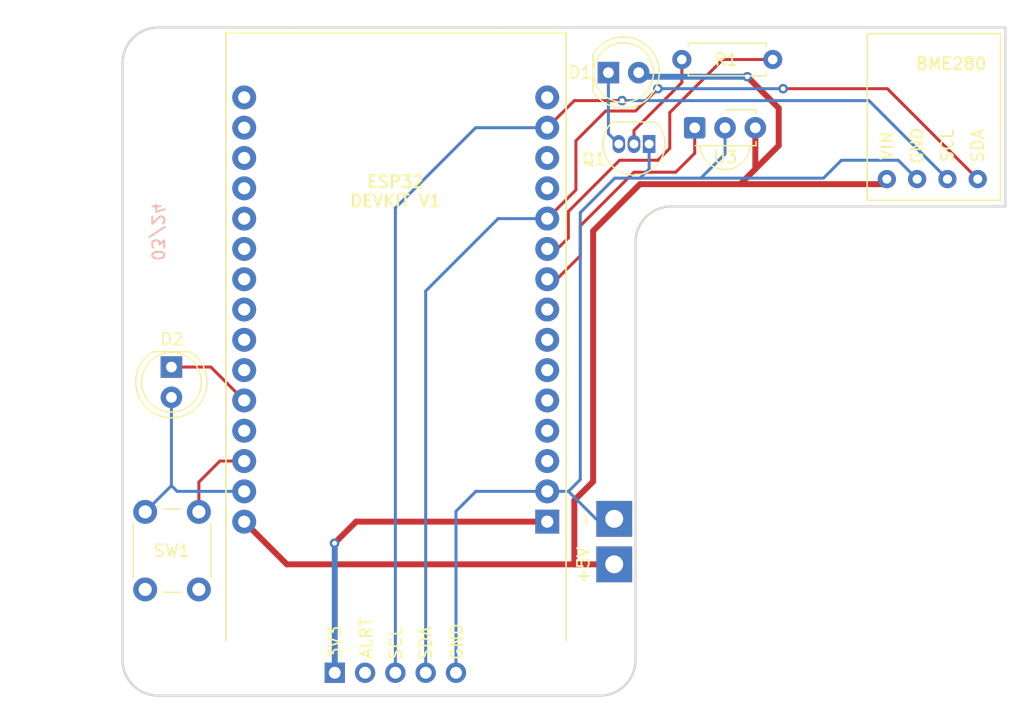
<source format=kicad_pcb>
(kicad_pcb (version 20240108) (generator "pcbnew") (generator_version "8.0")
  (title_block (title "Air Conditioner Controller") (date "2024-03-21") (rev "v3.0"))
  (layers (0 "F.Cu" signal) (31 "B.Cu" signal) (34 "B.Paste" user) (35 "F.Paste" user) (36 "B.SilkS" user "B.Silkscreen") (37 "F.SilkS" user "F.Silkscreen") (38 "B.Mask" user) (39 "F.Mask" user) (44 "Edge.Cuts" user))
  (net 0 "")
  (net 1 "Net-(D1-K)")
  (net 2 "+3.3V")
  (net 3 "VCC")
  (net 4 "GND")
  (net 5 "D4")
  (net 6 "D2")
  (net 7 "D5")
  (net 8 "D15")
  (net 9 "RX2")
  (net 10 "TX2")
  (net 11 "D18")
  (net 12 "D19")
  (net 13 "D21")
  (net 14 "RX0")
  (net 15 "TX0")
  (net 16 "D22")
  (net 17 "D23")
  (net 18 "D13")
  (net 19 "D12")
  (net 20 "D14")
  (net 21 "D27")
  (net 22 "D26")
  (net 23 "D25")
  (net 24 "D33")
  (net 25 "D32")
  (net 26 "D35")
  (net 27 "D34")
  (net 28 "VN")
  (net 29 "VP")
  (net 30 "EN")
  (net 31 "Net-(Q1-B)")
  (footprint "BME280:module_bme280_alt" (layer "F.Cu") (at 183.773 86.574103 90)
    (property "Reference" "U2" (hide yes))
    (property "Value" "~")
    (fp_line (start 12.192 -9.271) (end 12.192 1.905) (stroke (width 0.12)) (layer "F.SilkS"))
    (fp_line (start -1.778 -9.271) (end 12.192 -9.271) (stroke (width 0.12)) (layer "F.SilkS"))
    (fp_line (start 12.192 1.905) (end -1.778 1.905) (stroke (width 0.12)) (layer "F.SilkS"))
    (fp_line (start -1.778 1.905) (end -1.778 -9.271) (stroke (width 0.12)) (layer "F.SilkS"))
    (fp_text user "SDA" (at 2.794 0 -90) (layer "F.SilkS"))
    (fp_text user "VIN" (at 2.794 -7.62 -90) (layer "F.SilkS"))
    (fp_text user "SCL" (at 2.794 -2.54 -90) (layer "F.SilkS"))
    (fp_text user "GND" (at 2.794 -5.08 -90) (layer "F.SilkS"))
    (pad "1" thru_hole circle (at 0 -7.62 90) (size 1.524 1.524) (drill 0.762) (layers "*.Cu" "*.Mask") (net 3 "VCC"))
    (pad "2" thru_hole circle (at 0 -5.08 90) (size 1.524 1.524) (drill 0.762) (layers "*.Cu" "*.Mask") (net 4 "GND"))
    (pad "3" thru_hole circle (at 0 -2.54 90) (size 1.524 1.524) (drill 0.762) (layers "*.Cu" "*.Mask") (net 16 "D22"))
    (pad "4" thru_hole circle (at 0 0 90) (size 1.524 1.524) (drill 0.762) (layers "*.Cu" "*.Mask") (net 13 "D21"))
  )
  (footprint "MountingHole:MountingHole_2.7mm_M2.5_DIN965" (layer "F.Cu") (at 115.09 76.867103)
    (property "Reference" "REF**" (hide yes))
    (property "Value" "MountingHole_2.7mm_M2.5_DIN965")
    (pad "" np_thru_hole circle (at 0 0) (size 2.7 2.7) (drill 2.7) (layers "F&B.Cu" "*.Mask"))
  )
  (footprint "J5019:j5019_pads" (layer "F.Cu") (at 149.492929 116.321149 90)
    (property "Reference" "U5" (hide yes))
    (property "Value" "~")
    (pad "3" thru_hole rect (at -2.54 3.81 180) (size 3 3) (drill 1.5) (layers "*.Cu" "*.Mask") (net 3 "VCC"))
    (pad "4" thru_hole rect (at 1.27 3.81 180) (size 3 3) (drill 1.5) (layers "*.Cu" "*.Mask") (net 4 "GND"))
  )
  (footprint "MountingHole:MountingHole_2.7mm_M2.5_DIN965" (layer "F.Cu") (at 171.59 76.867103)
    (property "Reference" "REF**" (hide yes))
    (property "Value" "MountingHole_2.7mm_M2.5_DIN965")
    (pad "" np_thru_hole circle (at 0 0) (size 2.7 2.7) (drill 2.7) (layers "F&B.Cu" "*.Mask"))
  )
  (footprint "MAX17048:max17048_pads" (layer "F.Cu") (at 136.23 131.759603 180)
    (property "Reference" "U4" (hide yes))
    (property "Value" "~")
    (pad "1" thru_hole oval (at -3.81 3.81 270) (size 1.7 1.7) (drill 1) (layers "*.Cu" "*.Mask") (net 4 "GND"))
    (pad "2" thru_hole oval (at -1.27 3.81 270) (size 1.7 1.7) (drill 1) (layers "*.Cu" "*.Mask") (net 13 "D21"))
    (pad "3" thru_hole oval (at 1.27 3.81 270) (size 1.7 1.7) (drill 1) (layers "*.Cu" "*.Mask") (net 16 "D22"))
    (pad "4" thru_hole oval (at 3.81 3.81 270) (size 1.7 1.7) (drill 1) (layers "*.Cu" "*.Mask"))
    (pad "5" thru_hole rect (at 6.35 3.81 270) (size 1.7 1.7) (drill 1) (layers "*.Cu" "*.Mask") (net 2 "+3.3V"))
  )
  (footprint "LED_THT:LED_D5.0mm_IRGrey" (layer "F.Cu") (at 152.815 77.652103)
    (property "Reference" "D1" (at -2.355 -0.019678 0) (layer "F.SilkS"))
    (property "Value" "LD274")
    (fp_line (start -1.29 -1.545) (end -1.29 1.545) (stroke (width 0.12)) (layer "F.SilkS"))
    (fp_arc (start -1.29 -1.54483) (mid 2.072002 -2.880433) (end 4.26 0.000462) (stroke (width 0.12)) (layer "F.SilkS"))
    (fp_arc (start 4.26 -0.000462) (mid 2.072002 2.880433) (end -1.29 1.54483) (stroke (width 0.12)) (layer "F.SilkS"))
    (fp_circle (center 1.27 0) (end 3.77 0) (stroke (width 0.12)) (fill none) (layer "F.SilkS"))
    (pad "1" thru_hole rect (at 0 0) (size 1.8 1.8) (drill 0.9) (layers "*.Cu" "*.Mask") (net 1 "Net-(D1-K)"))
    (pad "2" thru_hole circle (at 2.54 0) (size 1.8 1.8) (drill 0.9) (layers "*.Cu" "*.Mask") (net 3 "VCC"))
  )
  (footprint "Package_TO_SOT_THT:TO-92_Inline" (layer "F.Cu") (at 156.23 83.637103 180)
    (property "Reference" "Q1" (at 4.61293 -1.266597 0) (layer "F.SilkS"))
    (property "Value" "BC548")
    (fp_line (start -0.53 1.85) (end 3.07 1.85) (stroke (width 0.12)) (layer "F.SilkS"))
    (fp_arc (start 1.27 -2.6) (mid 3.672087 -0.994977) (end 3.108478 1.838478) (stroke (width 0.12)) (layer "F.SilkS"))
    (fp_arc (start -0.568478 1.838478) (mid -1.132087 -0.994977) (end 1.27 -2.6) (stroke (width 0.12)) (layer "F.SilkS"))
    (pad "1" thru_hole rect (at 0 0 180) (size 1.05 1.5) (drill 0.75) (layers "*.Cu" "*.Mask") (net 4 "GND"))
    (pad "2" thru_hole oval (at 1.27 0 180) (size 1.05 1.5) (drill 0.75) (layers "*.Cu" "*.Mask") (net 31 "Net-(Q1-B)"))
    (pad "3" thru_hole oval (at 2.54 0 180) (size 1.05 1.5) (drill 0.75) (layers "*.Cu" "*.Mask") (net 1 "Net-(D1-K)"))
  )
  (footprint "MountingHole:MountingHole_2.7mm_M2.5_DIN965" (layer "F.Cu") (at 115.09 126.867103)
    (property "Reference" "REF**" (hide yes))
    (property "Value" "MountingHole_2.7mm_M2.5_DIN965")
    (pad "" np_thru_hole circle (at 0 0) (size 2.7 2.7) (drill 2.7) (layers "F&B.Cu" "*.Mask"))
  )
  (footprint "ESP32_DevkitV1:MODULE_ESP32_DEVKIT_V1" (layer "F.Cu") (at 134.99 99.772103 180)
    (property "Reference" "U1" (hide yes))
    (property "Value" "ESP32-DEVKIT-V1")
    (fp_line (start 14.23 25.475) (end -14.28 25.475) (stroke (width 0.127)) (layer "F.SilkS"))
    (fp_line (start 14.23 -25.475) (end 14.23 25.475) (stroke (width 0.127)) (layer "F.SilkS"))
    (fp_line (start 14.23 -25.475) (end 14.23 25.475) (stroke (width 0.127)) (layer "F.SilkS"))
    (fp_line (start 8.78 25.475) (end 14.23 25.475) (stroke (width 0.127)) (layer "F.SilkS"))
    (fp_line (start -8.91 25.475) (end 8.78 25.475) (stroke (width 0.127)) (layer "F.SilkS"))
    (fp_line (start -14.28 25.475) (end -8.91 25.475) (stroke (width 0.127)) (layer "F.SilkS"))
    (fp_line (start -14.28 25.475) (end -14.28 -25.475) (stroke (width 0.127)) (layer "F.SilkS"))
    (fp_line (start -14.28 25.475) (end -14.28 -25.475) (stroke (width 0.127)) (layer "F.SilkS"))
    (pad "1" thru_hole rect (at -12.7 -15.515 180) (size 2 2) (drill 1.02) (layers "*.Cu" "*.Mask") (net 2 "+3.3V"))
    (pad "2" thru_hole circle (at -12.7 -12.975 180) (size 2 2) (drill 1.02) (layers "*.Cu" "*.Mask") (net 4 "GND"))
    (pad "3" thru_hole circle (at -12.7 -10.435 180) (size 2 2) (drill 1.02) (layers "*.Cu" "*.Mask") (net 8 "D15"))
    (pad "4" thru_hole circle (at -12.7 -7.895 180) (size 2 2) (drill 1.02) (layers "*.Cu" "*.Mask") (net 6 "D2"))
    (pad "5" thru_hole circle (at -12.7 -5.355 180) (size 2 2) (drill 1.02) (layers "*.Cu" "*.Mask") (net 5 "D4"))
    (pad "6" thru_hole circle (at -12.7 -2.815 180) (size 2 2) (drill 1.02) (layers "*.Cu" "*.Mask") (net 9 "RX2"))
    (pad "7" thru_hole circle (at -12.7 -0.275 180) (size 2 2) (drill 1.02) (layers "*.Cu" "*.Mask") (net 10 "TX2"))
    (pad "8" thru_hole circle (at -12.7 2.265 180) (size 2 2) (drill 1.02) (layers "*.Cu" "*.Mask") (net 7 "D5"))
    (pad "9" thru_hole circle (at -12.7 4.805 180) (size 2 2) (drill 1.02) (layers "*.Cu" "*.Mask") (net 11 "D18"))
    (pad "10" thru_hole circle (at -12.7 7.345 180) (size 2 2) (drill 1.02) (layers "*.Cu" "*.Mask") (net 12 "D19"))
    (pad "11" thru_hole circle (at -12.7 9.885 180) (size 2 2) (drill 1.02) (layers "*.Cu" "*.Mask") (net 13 "D21"))
    (pad "12" thru_hole circle (at -12.7 12.425 180) (size 2 2) (drill 1.02) (layers "*.Cu" "*.Mask") (net 14 "RX0"))
    (pad "13" thru_hole circle (at -12.7 14.965 180) (size 2 2) (drill 1.02) (layers "*.Cu" "*.Mask") (net 15 "TX0"))
    (pad "14" thru_hole circle (at -12.7 17.505 180) (size 2 2) (drill 1.02) (layers "*.Cu" "*.Mask") (net 16 "D22"))
    (pad "15" thru_hole circle (at -12.7 20.045 180) (size 2 2) (drill 1.02) (layers "*.Cu" "*.Mask") (net 17 "D23"))
    (pad "16" thru_hole circle (at 12.7 20.045 180) (size 2 2) (drill 1.02) (layers "*.Cu" "*.Mask") (net 30 "EN"))
    (pad "17" thru_hole circle (at 12.7 17.505 180) (size 2 2) (drill 1.02) (layers "*.Cu" "*.Mask") (net 29 "VP"))
    (pad "18" thru_hole circle (at 12.7 14.965 180) (size 2 2) (drill 1.02) (layers "*.Cu" "*.Mask") (net 28 "VN"))
    (pad "19" thru_hole circle (at 12.7 12.425 180) (size 2 2) (drill 1.02) (layers "*.Cu" "*.Mask") (net 27 "D34"))
    (pad "20" thru_hole circle (at 12.7 9.885 180) (size 2 2) (drill 1.02) (layers "*.Cu" "*.Mask") (net 26 "D35"))
    (pad "21" thru_hole circle (at 12.7 7.345 180) (size 2 2) (drill 1.02) (layers "*.Cu" "*.Mask") (net 25 "D32"))
    (pad "22" thru_hole circle (at 12.7 4.805 180) (size 2 2) (drill 1.02) (layers "*.Cu" "*.Mask") (net 24 "D33"))
    (pad "23" thru_hole circle (at 12.7 2.265 180) (size 2 2) (drill 1.02) (layers "*.Cu" "*.Mask") (net 23 "D25"))
    (pad "24" thru_hole circle (at 12.7 -0.275 180) (size 2 2) (drill 1.02) (layers "*.Cu" "*.Mask") (net 22 "D26"))
    (pad "25" thru_hole circle (at 12.7 -2.815 180) (size 2 2) (drill 1.02) (layers "*.Cu" "*.Mask") (net 21 "D27"))
    (pad "26" thru_hole circle (at 12.7 -5.355 180) (size 2 2) (drill 1.02) (layers "*.Cu" "*.Mask") (net 20 "D14"))
    (pad "27" thru_hole circle (at 12.7 -7.895 180) (size 2 2) (drill 1.02) (layers "*.Cu" "*.Mask") (net 19 "D12"))
    (pad "28" thru_hole circle (at 12.7 -10.435 180) (size 2 2) (drill 1.02) (layers "*.Cu" "*.Mask") (net 18 "D13"))
    (pad "29" thru_hole circle (at 12.7 -12.975 180) (size 2 2) (drill 1.02) (layers "*.Cu" "*.Mask") (net 4 "GND"))
    (pad "30" thru_hole circle (at 12.7 -15.515 180) (size 2 2) (drill 1.02) (layers "*.Cu" "*.Mask") (net 3 "VCC"))
  )
  (footprint "Button_Switch_THT:SW_PUSH_6mm_H9.5mm" (layer "F.Cu") (at 118.49 114.467103 -90)
    (property "Reference" "SW1" (at 3.258409 2.262718 0) (layer "F.SilkS"))
    (property "Value" "SW_Push")
    (fp_line (start 1 5.5) (end 5.5 5.5) (stroke (width 0.12)) (layer "F.SilkS"))
    (fp_line (start 6.75 3) (end 6.75 1.5) (stroke (width 0.12)) (layer "F.SilkS"))
    (fp_line (start -0.25 1.5) (end -0.25 3) (stroke (width 0.12)) (layer "F.SilkS"))
    (fp_line (start 5.5 -1) (end 1 -1) (stroke (width 0.12)) (layer "F.SilkS"))
    (pad "1" thru_hole circle (at 0 0) (size 2 2) (drill 1.1) (layers "*.Cu" "*.Mask") (net 18 "D13"))
    (pad "1" thru_hole circle (at 6.5 0) (size 2 2) (drill 1.1) (layers "*.Cu" "*.Mask") (net 18 "D13"))
    (pad "2" thru_hole circle (at 0 4.5) (size 2 2) (drill 1.1) (layers "*.Cu" "*.Mask") (net 4 "GND"))
    (pad "2" thru_hole circle (at 6.5 4.5) (size 2 2) (drill 1.1) (layers "*.Cu" "*.Mask") (net 4 "GND"))
  )
  (footprint "OptoDevice:Vishay_MINICAST-3Pin" (layer "F.Cu") (at 160.05 82.275)
    (property "Reference" "U3" (at 2.56 2.455 180) (layer "F.SilkS"))
    (property "Value" "TSSP58P38")
    (fp_line (start 5.14 -1.51) (end 2.54 -1.51) (stroke (width 0.12)) (layer "F.SilkS"))
    (fp_line (start 5.14 -1.16) (end 5.14 -1.51) (stroke (width 0.12)) (layer "F.SilkS"))
    (fp_line (start 5.14 1.16) (end 5.14 1.5) (stroke (width 0.12)) (layer "F.SilkS"))
    (fp_line (start 5.14 1.5) (end 0.05 1.5) (stroke (width 0.12)) (layer "F.SilkS"))
    (fp_arc (start 4.64 1.5) (mid 2.540869 3.502379) (end 0.440083 1.501736) (stroke (width 0.12)) (layer "F.SilkS"))
    (pad "1" thru_hole roundrect (at 0 0) (size 1.8 1.8) (drill 0.9) (layers "*.Cu" "*.Mask") (roundrect_rratio 0.139) (net 11 "D18"))
    (pad "2" thru_hole circle (at 2.54 0) (size 1.8 1.8) (drill 0.9) (layers "*.Cu" "*.Mask") (net 4 "GND"))
    (pad "3" thru_hole circle (at 5.08 0) (size 1.8 1.8) (drill 0.9) (layers "*.Cu" "*.Mask") (net 3 "VCC"))
  )
  (footprint "Resistor_THT:R_Axial_DIN0207_L6.3mm_D2.5mm_P7.62mm_Horizontal" (layer "F.Cu") (at 166.59 76.552103 180)
    (property "Reference" "R1" (at 3.9 -0.015 0) (layer "F.SilkS"))
    (property "Value" "470")
    (fp_line (start 7.08 1.37) (end 7.08 1.04) (stroke (width 0.12)) (layer "F.SilkS"))
    (fp_line (start 7.08 -1.37) (end 7.08 -1.04) (stroke (width 0.12)) (layer "F.SilkS"))
    (fp_line (start 0.54 1.37) (end 7.08 1.37) (stroke (width 0.12)) (layer "F.SilkS"))
    (fp_line (start 0.54 1.04) (end 0.54 1.37) (stroke (width 0.12)) (layer "F.SilkS"))
    (fp_line (start 0.54 -1.04) (end 0.54 -1.37) (stroke (width 0.12)) (layer "F.SilkS"))
    (fp_line (start 0.54 -1.37) (end 7.08 -1.37) (stroke (width 0.12)) (layer "F.SilkS"))
    (pad "1" thru_hole circle (at 0 0 180) (size 1.6 1.6) (drill 0.8) (layers "*.Cu" "*.Mask") (net 12 "D19"))
    (pad "2" thru_hole oval (at 7.62 0 180) (size 1.6 1.6) (drill 0.8) (layers "*.Cu" "*.Mask") (net 31 "Net-(Q1-B)"))
  )
  (footprint "LED_THT:LED_D5.0mm_Clear" (layer "F.Cu") (at 116.19 102.327103 -90)
    (property "Reference" "D2" (at -2.33 -0.048314 0) (layer "F.SilkS"))
    (property "Value" "LED")
    (fp_line (start -1.29 -1.545) (end -1.29 1.545) (stroke (width 0.12)) (layer "F.SilkS"))
    (fp_arc (start 4.26 -0.000462) (mid 2.072002 2.880433) (end -1.29 1.54483) (stroke (width 0.12)) (layer "F.SilkS"))
    (fp_arc (start -1.29 -1.54483) (mid 2.072002 -2.880433) (end 4.26 0.000462) (stroke (width 0.12)) (layer "F.SilkS"))
    (fp_circle (center 1.27 0) (end 3.77 0) (stroke (width 0.12)) (fill none) (layer "F.SilkS"))
    (pad "1" thru_hole rect (at 0 0 270) (size 1.8 1.8) (drill 0.9) (layers "*.Cu" "*.Mask") (net 20 "D14"))
    (pad "2" thru_hole circle (at 2.54 0 270) (size 1.8 1.8) (drill 0.9) (layers "*.Cu" "*.Mask") (net 4 "GND"))
  )
  (footprint "MountingHole:MountingHole_2.7mm_M2.5_DIN965" (layer "F.Cu") (at 152.09 126.867103)
    (property "Reference" "REF**" (hide yes))
    (property "Value" "MountingHole_2.7mm_M2.5_DIN965")
    (pad "" np_thru_hole circle (at 0 0) (size 2.7 2.7) (drill 2.7) (layers "*.Cu" "*.Mask"))
  )
  (gr_arc (start 115.09 129.867103) (mid 112.96868 128.988423) (end 112.09 126.867103) (stroke (width 0.2)) (layer "Edge.Cuts"))
  (gr_line (start 186.09 73.867103) (end 186.09 88.867103) (stroke (width 0.2)) (layer "Edge.Cuts"))
  (gr_arc (start 155.09 126.867103) (mid 154.21132 128.988423) (end 152.09 129.867103) (stroke (width 0.2)) (layer "Edge.Cuts"))
  (gr_line (start 186.09 88.867103) (end 158.09 88.867103) (stroke (width 0.2)) (layer "Edge.Cuts"))
  (gr_arc (start 112.09 76.867103) (mid 112.96868 74.745783) (end 115.09 73.867103) (stroke (width 0.2)) (layer "Edge.Cuts"))
  (gr_arc (start 155.09 91.867103) (mid 155.96868 89.745783) (end 158.09 88.867103) (stroke (width 0.2)) (layer "Edge.Cuts"))
  (gr_line (start 155.09 91.867103) (end 155.09 126.867103) (stroke (width 0.2)) (layer "Edge.Cuts"))
  (gr_line (start 112.09 76.867103) (end 112.09 126.867103) (stroke (width 0.2)) (layer "Edge.Cuts"))
  (gr_line (start 152.09 129.867103) (end 115.09 129.867103) (stroke (width 0.2)) (layer "Edge.Cuts"))
  (gr_line (start 115.09 73.867103) (end 186.09 73.867103) (stroke (width 0.2)) (layer "Edge.Cuts"))
  (gr_text "03/24" (at 114.46 90.997103 -90) (layer "B.SilkS") (effects (font (size 1 1)) (justify bottom mirror)))
  (gr_text "+5V" (at 151.302929 120.561149 90) (layer "F.SilkS") (effects (font (size 1 1)) (justify left bottom)))
  (gr_text "GND" (at 140.69 126.967103 90) (layer "F.SilkS") (effects (font (size 1 1)) (justify left bottom)))
  (gr_text "ESP32\nDEVKIT V1" (at 134.96 88.997103 0) (layer "F.SilkS") (effects (font (size 1 1) (thickness 0.1875)) (justify bottom)))
  (gr_text "SCL" (at 135.59 126.967103 90) (layer "F.SilkS") (effects (font (size 1 1)) (justify left bottom)))
  (gr_text "BME280" (at 178.46 77.497103 0) (layer "F.SilkS") (effects (font (size 1 1) (thickness 0.1875)) (justify left bottom)))
  (gr_text "3V3" (at 130.49 126.867103 90) (layer "F.SilkS") (effects (font (size 1 1)) (justify left bottom)))
  (gr_text "SDA" (at 138.09 126.967103 90) (layer "F.SilkS") (effects (font (size 1 1)) (justify left bottom)))
  (gr_text "ALRT" (at 133.09 126.867103 90) (layer "F.SilkS") (effects (font (size 1 1)) (justify left bottom)))
  (gr_text "-" (at 151.422929 115.756149 90) (layer "F.SilkS") (effects (font (size 1 1)) (justify left bottom)))
  (segment (start 152.815 77.652103) (end 152.815 82.762103) (width 0.25) (layer "B.Cu") (net 1))
  (segment (start 152.815 82.762103) (end 153.69 83.637103) (width 0.25) (layer "B.Cu") (net 1))
  (segment (start 129.861658 117.095445) (end 131.67 115.287103) (width 0.5) (layer "F.Cu") (net 2))
  (segment (start 131.67 115.287103) (end 147.69 115.287103) (width 0.5) (layer "F.Cu") (net 2))
  (via (at 129.861658 117.095445) (size 0.8) (drill 0.4) (layers "F.Cu" "B.Cu") (net 2))
  (segment (start 129.88 117.113787) (end 129.88 127.949603) (width 0.5) (layer "B.Cu") (net 2))
  (segment (start 129.861658 117.095445) (end 129.88 117.113787) (width 0.5) (layer "B.Cu") (net 2))
  (segment (start 167.09 80.627103) (end 164.46 77.997103) (width 0.5) (layer "F.Cu") (net 3))
  (segment (start 125.864046 118.861149) (end 122.29 115.287103) (width 0.5) (layer "F.Cu") (net 3))
  (segment (start 151.535 111.922103) (end 149.96 113.497103) (width 0.5) (layer "F.Cu") (net 3))
  (segment (start 155.46 86.997103) (end 151.535 90.922103) (width 0.5) (layer "F.Cu") (net 3))
  (segment (start 164.46 77.997103) (end 164.46 78) (width 0.5) (layer "F.Cu") (net 3))
  (segment (start 149.96 113.497103) (end 149.96 118.861149) (width 0.5) (layer "F.Cu") (net 3))
  (segment (start 167.09 83.77) (end 167.09 80.627103) (width 0.5) (layer "F.Cu") (net 3))
  (segment (start 163.87 86.997103) (end 155.46 86.997103) (width 0.5) (layer "F.Cu") (net 3))
  (segment (start 175.73 86.997103) (end 163.87 86.997103) (width 0.5) (layer "F.Cu") (net 3))
  (segment (start 151.535 90.922103) (end 151.535 111.922103) (width 0.5) (layer "F.Cu") (net 3))
  (segment (start 149.96 118.861149) (end 125.864046 118.861149) (width 0.5) (layer "F.Cu") (net 3))
  (segment (start 165.13 85.737103) (end 163.87 86.997103) (width 0.5) (layer "F.Cu") (net 3))
  (segment (start 176.153 86.574103) (end 175.73 86.997103) (width 0.5) (layer "F.Cu") (net 3))
  (segment (start 165.13 82.275) (end 165.13 85.737103) (width 0.5) (layer "F.Cu") (net 3))
  (segment (start 165.13 85.73) (end 167.09 83.77) (width 0.5) (layer "F.Cu") (net 3))
  (segment (start 153.302929 118.861149) (end 149.96 118.861149) (width 0.5) (layer "F.Cu") (net 3))
  (via (at 164.46 77.997103) (size 0.8) (drill 0.4) (layers "F.Cu" "B.Cu") (net 3))
  (segment (start 164.46 77.997103) (end 155.7 77.997103) (width 0.5) (layer "B.Cu") (net 3))
  (segment (start 155.7 77.997103) (end 155.355 77.652103) (width 0.5) (layer "B.Cu") (net 3))
  (segment (start 151.774046 115.051149) (end 149.47 112.747103) (width 0.25) (layer "B.Cu") (net 4))
  (segment (start 116.19 112.267103) (end 115.71 112.747103) (width 0.25) (layer "B.Cu") (net 4))
  (segment (start 153.302929 115.051149) (end 151.774046 115.051149) (width 0.25) (layer "B.Cu") (net 4))
  (segment (start 150.46 89.382897) (end 153.345794 86.497103) (width 0.25) (layer "B.Cu") (net 4))
  (segment (start 170.842897 86.497103) (end 160.56 86.497103) (width 0.25) (layer "B.Cu") (net 4))
  (segment (start 150.46 111.757103) (end 150.46 89.382897) (width 0.25) (layer "B.Cu") (net 4))
  (segment (start 141.71 112.747103) (end 147.69 112.747103) (width 0.25) (layer "B.Cu") (net 4))
  (segment (start 116.67 112.747103) (end 116.19 112.267103) (width 0.25) (layer "B.Cu") (net 4))
  (segment (start 177.116 84.997103) (end 172.342897 84.997103) (width 0.25) (layer "B.Cu") (net 4))
  (segment (start 116.19 104.867103) (end 116.19 112.267103) (width 0.25) (layer "B.Cu") (net 4))
  (segment (start 162.59 84.467103) (end 160.56 86.497103) (width 0.25) (layer "B.Cu") (net 4))
  (segment (start 156.23 85.727103) (end 155.46 86.497103) (width 0.25) (layer "B.Cu") (net 4))
  (segment (start 122.29 112.747103) (end 116.67 112.747103) (width 0.25) (layer "B.Cu") (net 4))
  (segment (start 140.04 127.949603) (end 140.04 114.417103) (width 0.25) (layer "B.Cu") (net 4))
  (segment (start 160.56 86.497103) (end 155.46 86.497103) (width 0.25) (layer "B.Cu") (net 4))
  (segment (start 178.693 86.574103) (end 177.116 84.997103) (width 0.25) (layer "B.Cu") (net 4))
  (segment (start 162.59 82.275) (end 162.59 84.467103) (width 0.25) (layer "B.Cu") (net 4))
  (segment (start 115.71 112.747103) (end 113.99 114.467103) (width 0.25) (layer "B.Cu") (net 4))
  (segment (start 140.04 114.417103) (end 141.71 112.747103) (width 0.25) (layer "B.Cu") (net 4))
  (segment (start 149.47 112.747103) (end 147.69 112.747103) (width 0.25) (layer "B.Cu") (net 4))
  (segment (start 156.23 83.637103) (end 156.23 85.727103) (width 0.25) (layer "B.Cu") (net 4))
  (segment (start 172.342897 84.997103) (end 170.842897 86.497103) (width 0.25) (layer "B.Cu") (net 4))
  (segment (start 149.47 112.747103) (end 150.46 111.757103) (width 0.25) (layer "B.Cu") (net 4))
  (segment (start 153.345794 86.497103) (end 155.46 86.497103) (width 0.25) (layer "B.Cu") (net 4))
  (segment (start 150.459684 92.997419) (end 148.49 94.967103) (width 0.25) (layer "F.Cu") (net 11))
  (segment (start 158.46 85.997103) (end 154.96 85.997103) (width 0.25) (layer "F.Cu") (net 11))
  (segment (start 160.05 84.407103) (end 158.46 85.997103) (width 0.25) (layer "F.Cu") (net 11))
  (segment (start 154.96 85.997103) (end 150.459684 90.497419) (width 0.25) (layer "F.Cu") (net 11))
  (segment (start 148.49 94.967103) (end 147.69 94.967103) (width 0.25) (layer "F.Cu") (net 11))
  (segment (start 160.05 82.275) (end 160.05 84.407103) (width 0.25) (layer "F.Cu") (net 11))
  (segment (start 150.459684 90.497419) (end 150.459684 92.997419) (width 0.25) (layer "F.Cu") (net 11))
  (segment (start 153.752708 84.997103) (end 149.46 89.289811) (width 0.25) (layer "F.Cu") (net 12))
  (segment (start 149.46 91.497103) (end 148.53 92.427103) (width 0.25) (layer "F.Cu") (net 12))
  (segment (start 166.59 76.552103) (end 162.405 76.552103) (width 0.25) (layer "F.Cu") (net 12))
  (segment (start 162.405 76.552103) (end 157.96 80.997103) (width 0.25) (layer "F.Cu") (net 12))
  (segment (start 157.96 83.997103) (end 156.96 84.997103) (width 0.25) (layer "F.Cu") (net 12))
  (segment (start 149.46 89.289811) (end 149.46 91.497103) (width 0.25) (layer "F.Cu") (net 12))
  (segment (start 148.53 92.427103) (end 147.69 92.427103) (width 0.25) (layer "F.Cu") (net 12))
  (segment (start 156.96 84.997103) (end 153.752708 84.997103) (width 0.25) (layer "F.Cu") (net 12))
  (segment (start 157.96 80.997103) (end 157.96 83.997103) (width 0.25) (layer "F.Cu") (net 12))
  (segment (start 150.09 83.367103) (end 150.09 87.487103) (width 0.25) (layer "F.Cu") (net 13))
  (segment (start 156.96 78.997103) (end 155.09 80.867103) (width 0.25) (layer "F.Cu") (net 13))
  (segment (start 176.196 78.997103) (end 183.773 86.574103) (width 0.25) (layer "F.Cu") (net 13))
  (segment (start 150.09 87.487103) (end 147.69 89.887103) (width 0.25) (layer "F.Cu") (net 13))
  (segment (start 167.46 78.997103) (end 176.196 78.997103) (width 0.25) (layer "F.Cu") (net 13))
  (segment (start 155.09 80.867103) (end 152.59 80.867103) (width 0.25) (layer "F.Cu") (net 13))
  (segment (start 152.59 80.867103) (end 150.09 83.367103) (width 0.25) (layer "F.Cu") (net 13))
  (via (at 156.96 78.997103) (size 0.8) (drill 0.4) (layers "F.Cu" "B.Cu") (net 13))
  (via (at 167.46 78.997103) (size 0.8) (drill 0.4) (layers "F.Cu" "B.Cu") (net 13))
  (segment (start 137.5 95.957103) (end 143.57 89.887103) (width 0.25) (layer "B.Cu") (net 13))
  (segment (start 143.57 89.887103) (end 147.69 89.887103) (width 0.25) (layer "B.Cu") (net 13))
  (segment (start 167.46 78.997103) (end 156.96 78.997103) (width 0.25) (layer "B.Cu") (net 13))
  (segment (start 137.5 127.949603) (end 137.5 95.957103) (width 0.25) (layer "B.Cu") (net 13))
  (segment (start 153.96 79.997103) (end 149.96 79.997103) (width 0.25) (layer "F.Cu") (net 16))
  (segment (start 149.96 79.997103) (end 147.69 82.267103) (width 0.25) (layer "F.Cu") (net 16))
  (via (at 153.96 79.997103) (size 0.8) (drill 0.4) (layers "F.Cu" "B.Cu") (net 16))
  (segment (start 174.656 79.997103) (end 181.233 86.574103) (width 0.25) (layer "B.Cu") (net 16))
  (segment (start 147.69 82.267103) (end 141.69 82.267103) (width 0.25) (layer "B.Cu") (net 16))
  (segment (start 134.96 88.997103) (end 134.96 127.949603) (width 0.25) (layer "B.Cu") (net 16))
  (segment (start 153.96 79.997103) (end 174.656 79.997103) (width 0.25) (layer "B.Cu") (net 16))
  (segment (start 141.69 82.267103) (end 134.96 88.997103) (width 0.25) (layer "B.Cu") (net 16))
  (segment (start 118.49 111.967103) (end 120.25 110.207103) (width 0.25) (layer "F.Cu") (net 18))
  (segment (start 120.25 110.207103) (end 122.29 110.207103) (width 0.25) (layer "F.Cu") (net 18))
  (segment (start 118.49 114.467103) (end 118.49 111.967103) (width 0.25) (layer "F.Cu") (net 18))
  (segment (start 116.19 102.327103) (end 119.49 102.327103) (width 0.25) (layer "F.Cu") (net 20))
  (segment (start 119.49 102.327103) (end 122.29 105.127103) (width 0.25) (layer "F.Cu") (net 20))
  (segment (start 158.97 76.552103) (end 158.97 78.487103) (width 0.25) (layer "F.Cu") (net 31))
  (segment (start 158.97 78.487103) (end 154.96 82.497103) (width 0.25) (layer "F.Cu") (net 31))
  (segment (start 154.96 82.497103) (end 154.96 83.637103) (width 0.25) (layer "F.Cu") (net 31))
)
</source>
